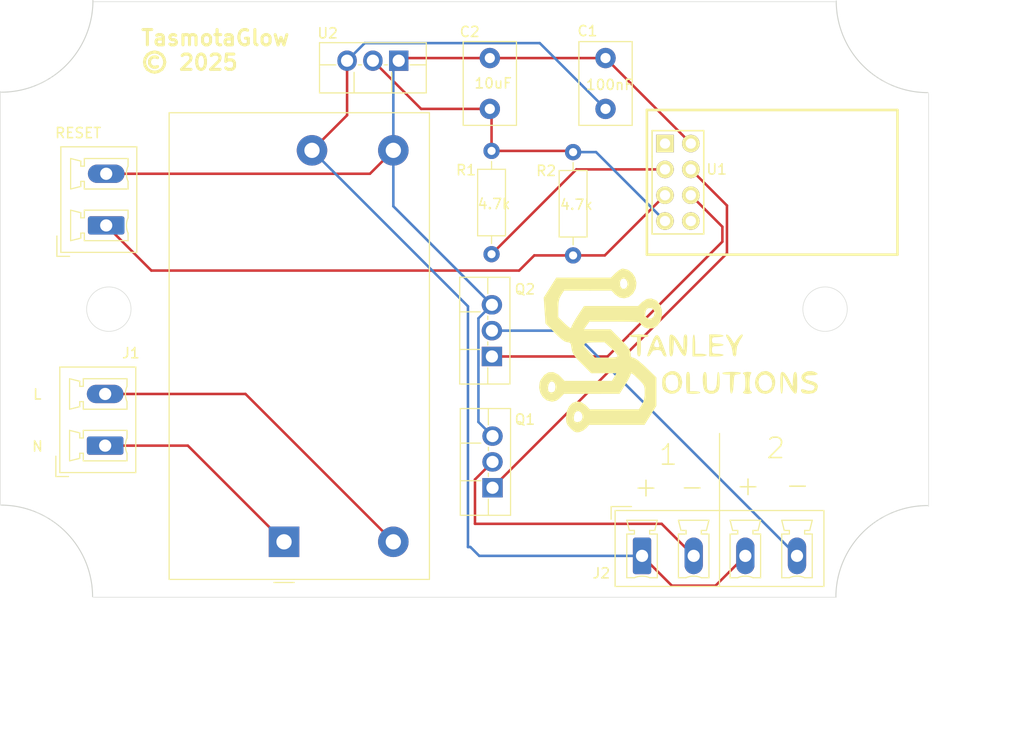
<source format=kicad_pcb>
(kicad_pcb (version 20241229) (generator "pcbnew") (generator_version "9.0")
  (layers (0 "F.Cu" signal) (2 "B.Cu" signal) (13 "F.Paste" user) (15 "B.Paste" user) (5 "F.SilkS" user "F.Silkscreen") (7 "B.SilkS" user "B.Silkscreen") (1 "F.Mask" user) (3 "B.Mask" user) (25 "Edge.Cuts" user))
  (net 0 "")
  (net 1 "/GND")
  (net 2 "/VCC")
  (net 3 "Net-(U1-VCC)")
  (net 4 "Net-(J1-Pin_2)")
  (net 5 "Net-(J1-Pin_1)")
  (net 6 "Net-(J2-Pin_4)")
  (net 7 "Net-(J2-Pin_2)")
  (net 8 "Net-(J3-Pin_1)")
  (net 9 "Net-(Q1-G)")
  (net 10 "Net-(Q2-G)")
  (net 11 "Net-(U1-CH_PD)")
  (footprint "Capacitors:C_Disc_D8.0mm_W5.0mm_P5.00mm" (layer "F.Cu") (at 157.31 68.02 90)
    (property "Reference" "C1" (at 7.66 -1.78 180) (layer "F.SilkS"))
    (property "Value" "100nF" (at 2.37 0.39 180) (layer "F.SilkS"))
    (fp_line (start 6.62 -2.62) (end 6.62 2.62) (stroke (width 0.12)) (layer "F.SilkS"))
    (fp_line (start -1.62 -2.62) (end 6.62 -2.62) (stroke (width 0.12)) (layer "F.SilkS"))
    (fp_line (start -1.62 -2.62) (end -1.62 2.62) (stroke (width 0.12)) (layer "F.SilkS"))
    (fp_line (start -1.62 2.62) (end 6.62 2.62) (stroke (width 0.12)) (layer "F.SilkS"))
    (pad "1" thru_hole circle (at 0 0 90) (size 2 2) (drill 1) (layers "*.Cu" "*.Mask") (net 2 "/VCC"))
    (pad "2" thru_hole circle (at 5 0 90) (size 2 2) (drill 1) (layers "*.Cu" "*.Mask") (net 1 "/GND"))
  )
  (footprint "Capacitors:C_Disc_D8.0mm_W5.0mm_P5.00mm" (layer "F.Cu") (at 145.93 68.02 90)
    (property "Reference" "C2" (at 7.58 -1.98 180) (layer "F.SilkS"))
    (property "Value" "10uF" (at 2.52 0.33 180) (layer "F.SilkS"))
    (fp_line (start 6.62 -2.62) (end 6.62 2.62) (stroke (width 0.12)) (layer "F.SilkS"))
    (fp_line (start -1.62 -2.62) (end 6.62 -2.62) (stroke (width 0.12)) (layer "F.SilkS"))
    (fp_line (start -1.62 -2.62) (end -1.62 2.62) (stroke (width 0.12)) (layer "F.SilkS"))
    (fp_line (start -1.62 2.62) (end 6.62 2.62) (stroke (width 0.12)) (layer "F.SilkS"))
    (pad "1" thru_hole circle (at 0 0 90) (size 2 2) (drill 1) (layers "*.Cu" "*.Mask") (net 3 "Net-(U1-VCC)"))
    (pad "2" thru_hole circle (at 5 0 90) (size 2 2) (drill 1) (layers "*.Cu" "*.Mask") (net 1 "/GND"))
  )
  (footprint "Connector_Phoenix_MC_HighVoltage:PhoenixContact_MCV_1,5_4-G-5.08_1x04_P5.08mm_Vertical" (layer "F.Cu") (at 160.9 111.98)
    (property "Reference" "J2" (at -4 1.71 0) (layer "F.SilkS"))
    (property "Value" "Conn_01x04" (hide yes))
    (fp_line (start -3.04 -4.85) (end -1.04 -4.85) (stroke (width 0.12)) (layer "F.SilkS"))
    (fp_line (start -3.04 -3.6) (end -3.04 -4.85) (stroke (width 0.12)) (layer "F.SilkS"))
    (fp_line (start -2.65 -4.46) (end -2.65 3.01) (stroke (width 0.12)) (layer "F.SilkS"))
    (fp_line (start -2.65 3.01) (end 17.89 3.01) (stroke (width 0.12)) (layer "F.SilkS"))
    (fp_line (start -1.5 -3.5) (end 1.5 -3.5) (stroke (width 0.12)) (layer "F.SilkS"))
    (fp_line (start -1.5 -2.15) (end -0.75 -2.15) (stroke (width 0.12)) (layer "F.SilkS"))
    (fp_line (start -1.5 2.15) (end -1.5 -2.15) (stroke (width 0.12)) (layer "F.SilkS"))
    (fp_line (start -1.25 -2.5) (end -1.5 -3.5) (stroke (width 0.12)) (layer "F.SilkS"))
    (fp_line (start -0.75 -2.5) (end -1.25 -2.5) (stroke (width 0.12)) (layer "F.SilkS"))
    (fp_line (start -0.75 -2.15) (end -0.75 -2.5) (stroke (width 0.12)) (layer "F.SilkS"))
    (fp_line (start -0.75 2.15) (end -1.5 2.15) (stroke (width 0.12)) (layer "F.SilkS"))
    (fp_line (start 0.75 -2.5) (end 0.75 -2.15) (stroke (width 0.12)) (layer "F.SilkS"))
    (fp_line (start 0.75 -2.15) (end 1.5 -2.15) (stroke (width 0.12)) (layer "F.SilkS"))
    (fp_line (start 1.25 -2.5) (end 0.75 -2.5) (stroke (width 0.12)) (layer "F.SilkS"))
    (fp_line (start 1.5 -3.5) (end 1.25 -2.5) (stroke (width 0.12)) (layer "F.SilkS"))
    (fp_line (start 1.5 -2.15) (end 1.5 2.15) (stroke (width 0.12)) (layer "F.SilkS"))
    (fp_line (start 1.5 2.15) (end 0.75 2.15) (stroke (width 0.12)) (layer "F.SilkS"))
    (fp_line (start 3.58 -3.5) (end 6.58 -3.5) (stroke (width 0.12)) (layer "F.SilkS"))
    (fp_line (start 3.58 -2.15) (end 4.33 -2.15) (stroke (width 0.12)) (layer "F.SilkS"))
    (fp_line (start 3.58 2.15) (end 3.58 -2.15) (stroke (width 0.12)) (layer "F.SilkS"))
    (fp_line (start 3.83 -2.5) (end 3.58 -3.5) (stroke (width 0.12)) (layer "F.SilkS"))
    (fp_line (start 4.33 -2.5) (end 3.83 -2.5) (stroke (width 0.12)) (layer "F.SilkS"))
    (fp_line (start 4.33 -2.15) (end 4.33 -2.5) (stroke (width 0.12)) (layer "F.SilkS"))
    (fp_line (start 4.33 2.15) (end 3.58 2.15) (stroke (width 0.12)) (layer "F.SilkS"))
    (fp_line (start 5.83 -2.5) (end 5.83 -2.15) (stroke (width 0.12)) (layer "F.SilkS"))
    (fp_line (start 5.83 -2.15) (end 6.58 -2.15) (stroke (width 0.12)) (layer "F.SilkS"))
    (fp_line (start 6.33 -2.5) (end 5.83 -2.5) (stroke (width 0.12)) (layer "F.SilkS"))
    (fp_line (start 6.58 -3.5) (end 6.33 -2.5) (stroke (width 0.12)) (layer "F.SilkS"))
    (fp_line (start 6.58 -2.15) (end 6.58 2.15) (stroke (width 0.12)) (layer "F.SilkS"))
    (fp_line (start 6.58 2.15) (end 5.83 2.15) (stroke (width 0.12)) (layer "F.SilkS"))
    (fp_line (start 8.66 -3.5) (end 11.66 -3.5) (stroke (width 0.12)) (layer "F.SilkS"))
    (fp_line (start 8.66 -2.15) (end 9.41 -2.15) (stroke (width 0.12)) (layer "F.SilkS"))
    (fp_line (start 8.66 2.15) (end 8.66 -2.15) (stroke (width 0.12)) (layer "F.SilkS"))
    (fp_line (start 8.91 -2.5) (end 8.66 -3.5) (stroke (width 0.12)) (layer "F.SilkS"))
    (fp_line (start 9.41 -2.5) (end 8.91 -2.5) (stroke (width 0.12)) (layer "F.SilkS"))
    (fp_line (start 9.41 -2.15) (end 9.41 -2.5) (stroke (width 0.12)) (layer "F.SilkS"))
    (fp_line (start 9.41 2.15) (end 8.66 2.15) (stroke (width 0.12)) (layer "F.SilkS"))
    (fp_line (start 10.91 -2.5) (end 10.91 -2.15) (stroke (width 0.12)) (layer "F.SilkS"))
    (fp_line (start 10.91 -2.15) (end 11.66 -2.15) (stroke (width 0.12)) (layer "F.SilkS"))
    (fp_line (start 11.41 -2.5) (end 10.91 -2.5) (stroke (width 0.12)) (layer "F.SilkS"))
    (fp_line (start 11.66 -3.5) (end 11.41 -2.5) (stroke (width 0.12)) (layer "F.SilkS"))
    (fp_line (start 11.66 -2.15) (end 11.66 2.15) (stroke (width 0.12)) (layer "F.SilkS"))
    (fp_line (start 11.66 2.15) (end 10.91 2.15) (stroke (width 0.12)) (layer "F.SilkS"))
    (fp_line (start 13.74 -3.5) (end 16.74 -3.5) (stroke (width 0.12)) (layer "F.SilkS"))
    (fp_line (start 13.74 -2.15) (end 14.49 -2.15) (stroke (width 0.12)) (layer "F.SilkS"))
    (fp_line (start 13.74 2.15) (end 13.74 -2.15) (stroke (width 0.12)) (layer "F.SilkS"))
    (fp_line (start 13.99 -2.5) (end 13.74 -3.5) (stroke (width 0.12)) (layer "F.SilkS"))
    (fp_line (start 14.49 -2.5) (end 13.99 -2.5) (stroke (width 0.12)) (layer "F.SilkS"))
    (fp_line (start 14.49 -2.15) (end 14.49 -2.5) (stroke (width 0.12)) (layer "F.SilkS"))
    (fp_line (start 14.49 2.15) (end 13.74 2.15) (stroke (width 0.12)) (layer "F.SilkS"))
    (fp_line (start 15.99 -2.5) (end 15.99 -2.15) (stroke (width 0.12)) (layer "F.SilkS"))
    (fp_line (start 15.99 -2.15) (end 16.74 -2.15) (stroke (width 0.12)) (layer "F.SilkS"))
    (fp_line (start 16.49 -2.5) (end 15.99 -2.5) (stroke (width 0.12)) (layer "F.SilkS"))
    (fp_line (start 16.74 -3.5) (end 16.49 -2.5) (stroke (width 0.12)) (layer "F.SilkS"))
    (fp_line (start 16.74 -2.15) (end 16.74 2.15) (stroke (width 0.12)) (layer "F.SilkS"))
    (fp_line (start 16.74 2.15) (end 15.99 2.15) (stroke (width 0.12)) (layer "F.SilkS"))
    (fp_line (start 17.89 -4.46) (end -2.65 -4.46) (stroke (width 0.12)) (layer "F.SilkS"))
    (fp_line (start 17.89 3.01) (end 17.89 -4.46) (stroke (width 0.12)) (layer "F.SilkS"))
    (fp_arc (start -0.75 2.15) (mid -0.000193 1.99191) (end 0.749647 2.149844) (stroke (width 0.12)) (layer "F.SilkS"))
    (fp_arc (start 4.33 2.15) (mid 5.079807 1.99191) (end 5.829647 2.149844) (stroke (width 0.12)) (layer "F.SilkS"))
    (fp_arc (start 9.41 2.15) (mid 10.159807 1.99191) (end 10.909647 2.149844) (stroke (width 0.12)) (layer "F.SilkS"))
    (fp_arc (start 14.49 2.15) (mid 15.239807 1.99191) (end 15.989647 2.149844) (stroke (width 0.12)) (layer "F.SilkS"))
    (pad "1" thru_hole roundrect (at 0 0) (size 1.8 3.6) (drill 1.2) (layers "*.Cu" "*.Mask") (roundrect_rratio 0.138889) (net 2 "/VCC"))
    (pad "2" thru_hole oval (at 5.08 0) (size 1.8 3.6) (drill 1.2) (layers "*.Cu" "*.Mask") (net 7 "Net-(J2-Pin_2)"))
    (pad "3" thru_hole oval (at 10.16 0) (size 1.8 3.6) (drill 1.2) (layers "*.Cu" "*.Mask") (net 2 "/VCC"))
    (pad "4" thru_hole oval (at 15.24 0) (size 1.8 3.6) (drill 1.2) (layers "*.Cu" "*.Mask") (net 6 "Net-(J2-Pin_4)"))
  )
  (footprint "Transistor:TO-220F-3_Vertical" (layer "F.Cu") (at 146.195 105.28 90)
    (property "Reference" "Q1" (at 6.71 3.185 180) (layer "F.SilkS"))
    (property "Value" "BUZ11")
    (fp_line (start 7.79 -3.168) (end 7.79 1.773) (stroke (width 0.12)) (layer "F.SilkS"))
    (fp_line (start 4.391 -3.168) (end 4.391 -1.15) (stroke (width 0.12)) (layer "F.SilkS"))
    (fp_line (start 0.69 -3.168) (end 0.69 -1.15) (stroke (width 0.12)) (layer "F.SilkS"))
    (fp_line (start -2.71 -3.168) (end 7.79 -3.168) (stroke (width 0.12)) (layer "F.SilkS"))
    (fp_line (start -2.71 -3.168) (end -2.71 1.773) (stroke (width 0.12)) (layer "F.SilkS"))
    (fp_line (start 6.183 -0.408) (end 7.79 -0.408) (stroke (width 0.12)) (layer "F.SilkS"))
    (fp_line (start 3.643 -0.408) (end 3.978 -0.408) (stroke (width 0.12)) (layer "F.SilkS"))
    (fp_line (start 1.103 -0.408) (end 1.438 -0.408) (stroke (width 0.12)) (layer "F.SilkS"))
    (fp_line (start -2.71 -0.408) (end -1.103 -0.408) (stroke (width 0.12)) (layer "F.SilkS"))
    (fp_line (start -2.71 1.773) (end 7.79 1.773) (stroke (width 0.12)) (layer "F.SilkS"))
    (pad "1" thru_hole rect (at 0 0 90) (size 1.905 2) (drill 1.2) (layers "*.Cu" "*.Mask") (net 9 "Net-(Q1-G)"))
    (pad "2" thru_hole oval (at 2.54 0 90) (size 1.905 2) (drill 1.2) (layers "*.Cu" "*.Mask") (net 7 "Net-(J2-Pin_2)"))
    (pad "3" thru_hole oval (at 5.08 0 90) (size 1.905 2) (drill 1.2) (layers "*.Cu" "*.Mask") (net 1 "/GND"))
  )
  (footprint "Transistor:TO-220F-3_Vertical" (layer "F.Cu") (at 146.135 92.37 90)
    (property "Reference" "Q2" (at 6.61 3.245 180) (layer "F.SilkS"))
    (property "Value" "BUZ11")
    (fp_line (start 7.79 -3.168) (end 7.79 1.773) (stroke (width 0.12)) (layer "F.SilkS"))
    (fp_line (start 4.391 -3.168) (end 4.391 -1.15) (stroke (width 0.12)) (layer "F.SilkS"))
    (fp_line (start 0.69 -3.168) (end 0.69 -1.15) (stroke (width 0.12)) (layer "F.SilkS"))
    (fp_line (start -2.71 -3.168) (end 7.79 -3.168) (stroke (width 0.12)) (layer "F.SilkS"))
    (fp_line (start -2.71 -3.168) (end -2.71 1.773) (stroke (width 0.12)) (layer "F.SilkS"))
    (fp_line (start 6.183 -0.408) (end 7.79 -0.408) (stroke (width 0.12)) (layer "F.SilkS"))
    (fp_line (start 3.643 -0.408) (end 3.978 -0.408) (stroke (width 0.12)) (layer "F.SilkS"))
    (fp_line (start 1.103 -0.408) (end 1.438 -0.408) (stroke (width 0.12)) (layer "F.SilkS"))
    (fp_line (start -2.71 -0.408) (end -1.103 -0.408) (stroke (width 0.12)) (layer "F.SilkS"))
    (fp_line (start -2.71 1.773) (end 7.79 1.773) (stroke (width 0.12)) (layer "F.SilkS"))
    (pad "1" thru_hole rect (at 0 0 90) (size 1.905 2) (drill 1.2) (layers "*.Cu" "*.Mask") (net 10 "Net-(Q2-G)"))
    (pad "2" thru_hole oval (at 2.54 0 90) (size 1.905 2) (drill 1.2) (layers "*.Cu" "*.Mask") (net 6 "Net-(J2-Pin_4)"))
    (pad "3" thru_hole oval (at 5.08 0 90) (size 1.905 2) (drill 1.2) (layers "*.Cu" "*.Mask") (net 1 "/GND"))
  )
  (footprint "TasmotaGenericPCB:ESP-01" (layer "F.Cu") (at 163.159 71.43)
    (property "Reference" "U1" (at 5.08 2.54 180) (layer "F.SilkS"))
    (property "Value" "ESP-01v090")
    (fp_line (start -1.778 -3.302) (end 22.86 -3.302) (stroke (width 0.254)) (layer "F.SilkS"))
    (fp_line (start -1.778 10.922) (end -1.778 -3.302) (stroke (width 0.254)) (layer "F.SilkS"))
    (fp_line (start -1.27 -1.27) (end -1.27 1.27) (stroke (width 0.1524)) (layer "F.SilkS"))
    (fp_line (start -1.27 1.27) (end -1.27 8.89) (stroke (width 0.1524)) (layer "F.SilkS"))
    (fp_line (start -1.27 8.89) (end 3.81 8.89) (stroke (width 0.1524)) (layer "F.SilkS"))
    (fp_line (start 1.27 -1.27) (end -1.27 -1.27) (stroke (width 0.1524)) (layer "F.SilkS"))
    (fp_line (start 3.81 -1.27) (end 1.27 -1.27) (stroke (width 0.1524)) (layer "F.SilkS"))
    (fp_line (start 3.81 8.89) (end 3.81 -1.27) (stroke (width 0.1524)) (layer "F.SilkS"))
    (fp_line (start 22.86 -3.302) (end 22.86 10.922) (stroke (width 0.254)) (layer "F.SilkS"))
    (fp_line (start 22.86 10.922) (end -1.778 10.922) (stroke (width 0.254)) (layer "F.SilkS"))
    (pad "1" thru_hole rect (at 0 0) (size 1.7272 1.7272) (drill 1.016) (layers "*.Cu" "*.Mask" "F.SilkS"))
    (pad "2" thru_hole oval (at 2.54 0) (size 1.7272 1.7272) (drill 1.016) (layers "*.Cu" "*.Mask" "F.SilkS") (net 1 "/GND"))
    (pad "3" thru_hole oval (at 0 2.54) (size 1.7272 1.7272) (drill 1.016) (layers "*.Cu" "*.Mask" "F.SilkS") (net 11 "Net-(U1-CH_PD)"))
    (pad "4" thru_hole oval (at 2.54 2.54) (size 1.7272 1.7272) (drill 1.016) (layers "*.Cu" "*.Mask" "F.SilkS") (net 9 "Net-(Q1-G)"))
    (pad "5" thru_hole oval (at 0 5.08) (size 1.7272 1.7272) (drill 1.016) (layers "*.Cu" "*.Mask" "F.SilkS") (net 8 "Net-(J3-Pin_1)"))
    (pad "6" thru_hole oval (at 2.54 5.08) (size 1.7272 1.7272) (drill 1.016) (layers "*.Cu" "*.Mask" "F.SilkS") (net 10 "Net-(Q2-G)"))
    (pad "7" thru_hole oval (at 0 7.62) (size 1.7272 1.7272) (drill 1.016) (layers "*.Cu" "*.Mask" "F.SilkS") (net 3 "Net-(U1-VCC)"))
    (pad "8" thru_hole oval (at 2.54 7.62) (size 1.7272 1.7272) (drill 1.016) (layers "*.Cu" "*.Mask" "F.SilkS"))
  )
  (footprint "Transistor:TO-220F-3_Vertical" (layer "F.Cu") (at 136.97 63.28 180)
    (property "Reference" "U2" (at 6.99 2.7 0) (layer "F.SilkS"))
    (property "Value" "LD1117S33TR_SOT223" (hide yes))
    (fp_line (start 7.79 -3.168) (end 7.79 1.773) (stroke (width 0.12)) (layer "F.SilkS"))
    (fp_line (start 6.183 -0.408) (end 7.79 -0.408) (stroke (width 0.12)) (layer "F.SilkS"))
    (fp_line (start 4.391 -3.168) (end 4.391 -1.15) (stroke (width 0.12)) (layer "F.SilkS"))
    (fp_line (start 3.643 -0.408) (end 3.978 -0.408) (stroke (width 0.12)) (layer "F.SilkS"))
    (fp_line (start 1.103 -0.408) (end 1.438 -0.408) (stroke (width 0.12)) (layer "F.SilkS"))
    (fp_line (start 0.69 -3.168) (end 0.69 -1.15) (stroke (width 0.12)) (layer "F.SilkS"))
    (fp_line (start -2.71 1.773) (end 7.79 1.773) (stroke (width 0.12)) (layer "F.SilkS"))
    (fp_line (start -2.71 -0.408) (end -1.103 -0.408) (stroke (width 0.12)) (layer "F.SilkS"))
    (fp_line (start -2.71 -3.168) (end 7.79 -3.168) (stroke (width 0.12)) (layer "F.SilkS"))
    (fp_line (start -2.71 -3.168) (end -2.71 1.773) (stroke (width 0.12)) (layer "F.SilkS"))
    (pad "1" thru_hole rect (at 0 0 180) (size 1.905 2) (drill 1.2) (layers "*.Cu" "*.Mask") (net 1 "/GND"))
    (pad "2" thru_hole oval (at 2.54 0 180) (size 1.905 2) (drill 1.2) (layers "*.Cu" "*.Mask") (net 3 "Net-(U1-VCC)"))
    (pad "3" thru_hole oval (at 5.08 0 180) (size 1.905 2) (drill 1.2) (layers "*.Cu" "*.Mask") (net 2 "/VCC"))
  )
  (footprint "Resistors:R_Axial_DIN0207_L6.3mm_D2.5mm_P10.16mm_Horizontal" (layer "F.Cu") (at 146.1 82.31 90)
    (property "Reference" "R1" (at 8.27 -2.51 180) (layer "F.SilkS"))
    (property "Value" "4.7k" (at 4.94 0.24 180) (layer "F.SilkS"))
    (fp_line (start 8.35 -1.37) (end 1.81 -1.37) (stroke (width 0.12)) (layer "F.SilkS"))
    (fp_line (start 1.81 -1.37) (end 1.81 1.37) (stroke (width 0.12)) (layer "F.SilkS"))
    (fp_line (start 9.12 0) (end 8.35 0) (stroke (width 0.12)) (layer "F.SilkS"))
    (fp_line (start 1.04 0) (end 1.81 0) (stroke (width 0.12)) (layer "F.SilkS"))
    (fp_line (start 8.35 1.37) (end 8.35 -1.37) (stroke (width 0.12)) (layer "F.SilkS"))
    (fp_line (start 1.81 1.37) (end 8.35 1.37) (stroke (width 0.12)) (layer "F.SilkS"))
    (pad "1" thru_hole circle (at 0 0 90) (size 1.6 1.6) (drill 0.8) (layers "*.Cu" "*.Mask") (net 11 "Net-(U1-CH_PD)"))
    (pad "2" thru_hole oval (at 10.16 0 90) (size 1.6 1.6) (drill 0.8) (layers "*.Cu" "*.Mask") (net 3 "Net-(U1-VCC)"))
  )
  (footprint "Resistors:R_Axial_DIN0207_L6.3mm_D2.5mm_P10.16mm_Horizontal" (layer "F.Cu") (at 154.12 82.43 90)
    (property "Reference" "R2" (at 8.32 -2.65 180) (layer "F.SilkS"))
    (property "Value" "4.7k" (at 4.99 0.32 180) (layer "F.SilkS"))
    (fp_line (start 8.35 -1.37) (end 1.81 -1.37) (stroke (width 0.12)) (layer "F.SilkS"))
    (fp_line (start 1.81 -1.37) (end 1.81 1.37) (stroke (width 0.12)) (layer "F.SilkS"))
    (fp_line (start 9.12 0) (end 8.35 0) (stroke (width 0.12)) (layer "F.SilkS"))
    (fp_line (start 1.04 0) (end 1.81 0) (stroke (width 0.12)) (layer "F.SilkS"))
    (fp_line (start 8.35 1.37) (end 8.35 -1.37) (stroke (width 0.12)) (layer "F.SilkS"))
    (fp_line (start 1.81 1.37) (end 8.35 1.37) (stroke (width 0.12)) (layer "F.SilkS"))
    (pad "1" thru_hole circle (at 0 0 90) (size 1.6 1.6) (drill 0.8) (layers "*.Cu" "*.Mask") (net 8 "Net-(J3-Pin_1)"))
    (pad "2" thru_hole oval (at 10.16 0 90) (size 1.6 1.6) (drill 0.8) (layers "*.Cu" "*.Mask") (net 3 "Net-(U1-VCC)"))
  )
  (footprint "Connector_Phoenix_MC_HighVoltage:PhoenixContact_MCV_1,5_2-G-5.08_1x02_P5.08mm_Vertical" (layer "F.Cu") (at 108.2 79.48 90)
    (property "Reference" "J3" (hide yes))
    (property "Value" "ResetPinout")
    (fp_line (start -3.04 -4.85) (end -1.04 -4.85) (stroke (width 0.12)) (layer "F.SilkS"))
    (fp_line (start 7.73 -4.46) (end -2.65 -4.46) (stroke (width 0.12)) (layer "F.SilkS"))
    (fp_line (start -2.65 -4.46) (end -2.65 3.01) (stroke (width 0.12)) (layer "F.SilkS"))
    (fp_line (start -3.04 -3.6) (end -3.04 -4.85) (stroke (width 0.12)) (layer "F.SilkS"))
    (fp_line (start 6.58 -3.5) (end 6.33 -2.5) (stroke (width 0.12)) (layer "F.SilkS"))
    (fp_line (start 3.58 -3.5) (end 6.58 -3.5) (stroke (width 0.12)) (layer "F.SilkS"))
    (fp_line (start 1.5 -3.5) (end 1.25 -2.5) (stroke (width 0.12)) (layer "F.SilkS"))
    (fp_line (start -1.5 -3.5) (end 1.5 -3.5) (stroke (width 0.12)) (layer "F.SilkS"))
    (fp_line (start 6.33 -2.5) (end 5.83 -2.5) (stroke (width 0.12)) (layer "F.SilkS"))
    (fp_line (start 5.83 -2.5) (end 5.83 -2.15) (stroke (width 0.12)) (layer "F.SilkS"))
    (fp_line (start 4.33 -2.5) (end 3.83 -2.5) (stroke (width 0.12)) (layer "F.SilkS"))
    (fp_line (start 3.83 -2.5) (end 3.58 -3.5) (stroke (width 0.12)) (layer "F.SilkS"))
    (fp_line (start 1.25 -2.5) (end 0.75 -2.5) (stroke (width 0.12)) (layer "F.SilkS"))
    (fp_line (start 0.75 -2.5) (end 0.75 -2.15) (stroke (width 0.12)) (layer "F.SilkS"))
    (fp_line (start -0.75 -2.5) (end -1.25 -2.5) (stroke (width 0.12)) (layer "F.SilkS"))
    (fp_line (start -1.25 -2.5) (end -1.5 -3.5) (stroke (width 0.12)) (layer "F.SilkS"))
    (fp_line (start 6.58 -2.15) (end 6.58 2.15) (stroke (width 0.12)) (layer "F.SilkS"))
    (fp_line (start 5.83 -2.15) (end 6.58 -2.15) (stroke (width 0.12)) (layer "F.SilkS"))
    (fp_line (start 4.33 -2.15) (end 4.33 -2.5) (stroke (width 0.12)) (layer "F.SilkS"))
    (fp_line (start 3.58 -2.15) (end 4.33 -2.15) (stroke (width 0.12)) (layer "F.SilkS"))
    (fp_line (start 1.5 -2.15) (end 1.5 2.15) (stroke (width 0.12)) (layer "F.SilkS"))
    (fp_line (start 0.75 -2.15) (end 1.5 -2.15) (stroke (width 0.12)) (layer "F.SilkS"))
    (fp_line (start -0.75 -2.15) (end -0.75 -2.5) (stroke (width 0.12)) (layer "F.SilkS"))
    (fp_line (start -1.5 -2.15) (end -0.75 -2.15) (stroke (width 0.12)) (layer "F.SilkS"))
    (fp_line (start 6.58 2.15) (end 5.83 2.15) (stroke (width 0.12)) (layer "F.SilkS"))
    (fp_line (start 4.33 2.15) (end 3.58 2.15) (stroke (width 0.12)) (layer "F.SilkS"))
    (fp_line (start 3.58 2.15) (end 3.58 -2.15) (stroke (width 0.12)) (layer "F.SilkS"))
    (fp_line (start 1.5 2.15) (end 0.75 2.15) (stroke (width 0.12)) (layer "F.SilkS"))
    (fp_line (start -0.75 2.15) (end -1.5 2.15) (stroke (width 0.12)) (layer "F.SilkS"))
    (fp_line (start -1.5 2.15) (end -1.5 -2.15) (stroke (width 0.12)) (layer "F.SilkS"))
    (fp_line (start 7.73 3.01) (end 7.73 -4.46) (stroke (width 0.12)) (layer "F.SilkS"))
    (fp_line (start -2.65 3.01) (end 7.73 3.01) (stroke (width 0.12)) (layer "F.SilkS"))
    (fp_arc (start 4.33 2.15) (mid 5.079807 1.99191) (end 5.829647 2.149844) (stroke (width 0.12)) (layer "F.SilkS"))
    (fp_arc (start -0.75 2.15) (mid -0.000193 1.99191) (end 0.749647 2.149844) (stroke (width 0.12)) (layer "F.SilkS"))
    (pad "1" thru_hole roundrect (at 0 0 90) (size 1.8 3.6) (drill 1.2) (layers "*.Cu" "*.Mask") (roundrect_rratio 0.138889) (net 8 "Net-(J3-Pin_1)"))
    (pad "2" thru_hole oval (at 5.08 0 90) (size 1.8 3.6) (drill 1.2) (layers "*.Cu" "*.Mask") (net 1 "/GND"))
  )
  (footprint "TasmoTree:StanleySolutionsPCB_m" (layer "F.Cu") (at 163.2 92.49)
    (property "Reference" "G***" (hide yes))
    (property "Value" "LOGO" (hide yes))
    (fp_poly (pts (xy 2.857992 -2.167812) (xy 2.902594 -1.847884) (xy 2.920881 -1.378168) (xy 2.921 -1.3335) (xy 2.921 -0.381) (xy 3.4925 -0.381) (xy 3.833329 -0.355776) (xy 4.037776 -0.291955) (xy 4.064 -0.254) (xy 3.949172 -0.184451) (xy 3.652963 -0.138321) (xy 3.3655 -0.127) (xy 2.667 -0.127) (xy 2.667 -1.2065) (xy 2.681045 -1.732213) (xy 2.719676 -2.104499) (xy 2.777631 -2.278652) (xy 2.794 -2.286) (xy 2.857992 -2.167812)) (stroke (width 0.01)) (fill yes) (layer "F.SilkS"))
    (fp_poly (pts (xy 2.322983 1.446895) (xy 2.381966 1.627203) (xy 2.408635 1.983857) (xy 2.413 2.3495) (xy 2.413 3.302) (xy 2.921 3.302) (xy 3.23911 3.330167) (xy 3.416046 3.400531) (xy 3.429 3.429) (xy 3.317522 3.497013) (xy 3.043287 3.540191) (xy 2.696589 3.555621) (xy 2.36772 3.540391) (xy 2.146977 3.491586) (xy 2.116666 3.471333) (xy 2.076633 3.312292) (xy 2.046815 2.967115) (xy 2.032529 2.50362) (xy 2.032 2.391833) (xy 2.041287 1.87677) (xy 2.074942 1.569842) (xy 2.141656 1.425666) (xy 2.2225 1.397) (xy 2.322983 1.446895)) (stroke (width 0.01)) (fill yes) (layer "F.SilkS"))
    (fp_poly (pts (xy -2.12356 -2.270242) (xy -1.789039 -2.227585) (xy -1.651892 -2.164956) (xy -1.651 -2.159) (xy -1.761359 -2.06983) (xy -2.02726 -2.03201) (xy -2.032 -2.032) (xy -2.413 -2.032) (xy -2.413 -1.0795) (xy -2.42298 -0.577083) (xy -2.459041 -0.282168) (xy -2.530372 -0.148824) (xy -2.6035 -0.127) (xy -2.703984 -0.176896) (xy -2.762967 -0.357204) (xy -2.789636 -0.713858) (xy -2.794 -1.0795) (xy -2.794 -2.032) (xy -3.175 -2.032) (xy -3.442513 -2.068787) (xy -3.555971 -2.15742) (xy -3.556 -2.159) (xy -3.437812 -2.222993) (xy -3.117884 -2.267595) (xy -2.648168 -2.285882) (xy -2.6035 -2.286) (xy -2.12356 -2.270242)) (stroke (width 0.01)) (fill yes) (layer "F.SilkS"))
    (fp_poly (pts (xy 7.061033 1.412309) (xy 7.361194 1.456288) (xy 7.4295 1.524) (xy 7.254111 1.622974) (xy 7.046568 1.651) (xy 6.88816 1.667005) (xy 6.793625 1.75136) (xy 6.742506 1.958576) (xy 6.714344 2.34316) (xy 6.704813 2.561591) (xy 6.660091 3.109268) (xy 6.581887 3.436595) (xy 6.50875 3.524674) (xy 6.423244 3.481331) (xy 6.372689 3.260641) (xy 6.351508 2.83061) (xy 6.35 2.614083) (xy 6.35 1.651) (xy 5.969 1.651) (xy 5.701487 1.614213) (xy 5.588029 1.52558) (xy 5.588 1.524) (xy 5.706267 1.46014) (xy 6.026754 1.415586) (xy 6.497989 1.397146) (xy 6.547995 1.397) (xy 7.061033 1.412309)) (stroke (width 0.01)) (fill yes) (layer "F.SilkS"))
    (fp_poly (pts (xy 7.599854 -2.25544) (xy 7.583975 -2.134249) (xy 7.435734 -1.878161) (xy 7.3025 -1.678282) (xy 7.032702 -1.084562) (xy 6.985 -0.669019) (xy 6.957349 -0.303118) (xy 6.864328 -0.143217) (xy 6.7945 -0.127) (xy 6.656135 -0.219479) (xy 6.604976 -0.518281) (xy 6.604 -0.589204) (xy 6.508487 -1.07876) (xy 6.241584 -1.6401) (xy 6.224173 -1.668704) (xy 6.015291 -2.04268) (xy 5.961063 -2.240677) (xy 6.023315 -2.286) (xy 6.196779 -2.186265) (xy 6.41329 -1.936961) (xy 6.481608 -1.834044) (xy 6.760932 -1.382088) (xy 7.068044 -1.834044) (xy 7.282961 -2.111978) (xy 7.456615 -2.271272) (xy 7.497578 -2.286) (xy 7.599854 -2.25544)) (stroke (width 0.01)) (fill yes) (layer "F.SilkS"))
    (fp_poly (pts (xy 8.383473 1.414224) (xy 8.4589 1.476839) (xy 8.4074 1.549399) (xy 8.329914 1.73825) (xy 8.27958 2.071718) (xy 8.257521 2.472238) (xy 8.264862 2.862244) (xy 8.302726 3.16417) (xy 8.372238 3.300451) (xy 8.382 3.302) (xy 8.505309 3.398643) (xy 8.509 3.429) (xy 8.397356 3.512943) (xy 8.122834 3.554903) (xy 8.0645 3.556) (xy 7.770698 3.524101) (xy 7.623839 3.445667) (xy 7.62 3.429) (xy 7.716643 3.30569) (xy 7.747 3.302) (xy 7.813365 3.185363) (xy 7.858802 2.87639) (xy 7.874 2.4765) (xy 7.856055 2.045126) (xy 7.808521 1.749785) (xy 7.747 1.651) (xy 7.62369 1.554356) (xy 7.62 1.524) (xy 7.732079 1.441908) (xy 8.009545 1.398871) (xy 8.0899 1.397) (xy 8.383473 1.414224)) (stroke (width 0.01)) (fill yes) (layer "F.SilkS"))
    (fp_poly (pts (xy 5.272518 1.51422) (xy 5.317664 1.827321) (xy 5.334 2.266316) (xy 5.317438 2.777721) (xy 5.25837 3.102144) (xy 5.142721 3.305004) (xy 5.101749 3.345816) (xy 4.746854 3.527665) (xy 4.343106 3.540969) (xy 3.993045 3.39178) (xy 3.880701 3.273741) (xy 3.765972 2.997817) (xy 3.696499 2.610376) (xy 3.67256 2.183998) (xy 3.694433 1.791267) (xy 3.762397 1.504763) (xy 3.8735 1.397) (xy 3.977123 1.44938) (xy 4.036368 1.637684) (xy 4.061279 2.008656) (xy 4.064 2.28358) (xy 4.069477 2.749474) (xy 4.100032 3.022396) (xy 4.176846 3.163345) (xy 4.3211 3.23332) (xy 4.40126 3.254807) (xy 4.722689 3.252659) (xy 4.937293 3.047886) (xy 5.053096 2.627246) (xy 5.08 2.134726) (xy 5.099844 1.738819) (xy 5.151371 1.471459) (xy 5.207 1.397) (xy 5.272518 1.51422)) (stroke (width 0.01)) (fill yes) (layer "F.SilkS"))
    (fp_poly (pts (xy 10.02768 1.332331) (xy 10.427884 1.525849) (xy 10.681857 1.85852) (xy 10.794743 2.271524) (xy 10.771684 2.706043) (xy 10.617822 3.103255) (xy 10.338298 3.404341) (xy 9.938256 3.550483) (xy 9.833282 3.556) (xy 9.416261 3.475668) (xy 9.15693 3.31493) (xy 8.889379 2.906767) (xy 8.80811 2.455788) (xy 8.817595 2.404423) (xy 9.138223 2.404423) (xy 9.229099 2.819634) (xy 9.341701 3.019741) (xy 9.611474 3.261671) (xy 9.940268 3.268373) (xy 10.158026 3.176056) (xy 10.417706 2.915983) (xy 10.50833 2.560802) (xy 10.448459 2.185497) (xy 10.256653 1.865048) (xy 9.95147 1.674438) (xy 9.78054 1.651) (xy 9.434477 1.756061) (xy 9.213527 2.028551) (xy 9.138223 2.404423) (xy 8.817595 2.404423) (xy 8.889263 2.016317) (xy 9.108979 1.642683) (xy 9.443396 1.389212) (xy 9.868656 1.310229) (xy 10.02768 1.332331)) (stroke (width 0.01)) (fill yes) (layer "F.SilkS"))
    (fp_poly (pts (xy 1.267092 1.510967) (xy 1.533963 1.867597) (xy 1.649623 2.366866) (xy 1.651 2.432842) (xy 1.549865 2.931) (xy 1.282852 3.300757) (xy 0.904543 3.513315) (xy 0.469522 3.539877) (xy 0.032371 3.351644) (xy -0.017681 3.31322) (xy -0.216366 3.08925) (xy -0.303677 2.782548) (xy -0.3175 2.476724) (xy -0.311821 2.396649) (xy 0 2.396649) (xy 0.083733 2.870186) (xy 0.310753 3.172961) (xy 0.64479 3.277575) (xy 1.024349 3.170531) (xy 1.194874 2.998892) (xy 1.264524 2.682024) (xy 1.27 2.497431) (xy 1.216818 2.024963) (xy 1.041141 1.75445) (xy 0.718771 1.653637) (xy 0.635 1.651) (xy 0.262773 1.732395) (xy 0.057209 1.990496) (xy 0 2.396649) (xy -0.311821 2.396649) (xy -0.288485 2.067637) (xy -0.170107 1.79315) (xy 0.05247 1.564772) (xy 0.47702 1.332769) (xy 0.898336 1.323762) (xy 1.267092 1.510967)) (stroke (width 0.01)) (fill yes) (layer "F.SilkS"))
    (fp_poly (pts (xy 2.070284 -2.246997) (xy 2.1245 -2.098783) (xy 2.143384 -1.794553) (xy 2.134038 -1.287499) (xy 2.132386 -1.239655) (xy 2.089969 -0.628548) (xy 2.008772 -0.266858) (xy 1.87996 -0.151773) (xy 1.694695 -0.280482) (xy 1.444141 -0.650172) (xy 1.27 -0.965233) (xy 0.8255 -1.806456) (xy 0.787947 -0.966728) (xy 0.75152 -0.488691) (xy 0.688475 -0.223108) (xy 0.587945 -0.128922) (xy 0.565697 -0.127) (xy 0.473099 -0.177399) (xy 0.41629 -0.357054) (xy 0.388024 -0.708659) (xy 0.381 -1.215333) (xy 0.384555 -1.74032) (xy 0.403575 -2.059274) (xy 0.450595 -2.220146) (xy 0.538147 -2.270887) (xy 0.654861 -2.263083) (xy 0.904338 -2.10946) (xy 1.203518 -1.713021) (xy 1.351846 -1.4605) (xy 1.774971 -0.6985) (xy 1.776485 -1.49225) (xy 1.790381 -1.942558) (xy 1.838062 -2.189082) (xy 1.931773 -2.281122) (xy 1.973636 -2.286) (xy 2.070284 -2.246997)) (stroke (width 0.01)) (fill yes) (layer "F.SilkS"))
    (fp_poly (pts (xy 12.862208 1.447838) (xy 12.918885 1.628711) (xy 12.947062 1.982153) (xy 12.954 2.485812) (xy 12.948241 3.015288) (xy 12.924762 3.336714) (xy 12.874258 3.495899) (xy 12.787422 3.538655) (xy 12.741171 3.533562) (xy 12.583285 3.408468) (xy 12.355898 3.113725) (xy 12.102371 2.707229) (xy 12.044641 2.6035) (xy 11.560938 1.7145) (xy 11.558969 2.63525) (xy 11.541727 3.102097) (xy 11.497329 3.427134) (xy 11.433428 3.555708) (xy 11.43 3.556) (xy 11.368151 3.436612) (xy 11.324353 3.108253) (xy 11.303864 2.61563) (xy 11.303 2.4765) (xy 11.308804 1.948449) (xy 11.333053 1.625618) (xy 11.386002 1.459358) (xy 11.477905 1.401021) (xy 11.530543 1.397) (xy 11.738539 1.518719) (xy 11.996076 1.876497) (xy 12.133793 2.12725) (xy 12.5095 2.8575) (xy 12.547587 2.12725) (xy 12.59057 1.682443) (xy 12.66835 1.45234) (xy 12.769837 1.397) (xy 12.862208 1.447838)) (stroke (width 0.01)) (fill yes) (layer "F.SilkS"))
    (fp_poly (pts (xy 5.399022 -2.265123) (xy 5.652734 -2.211267) (xy 5.715 -2.159) (xy 5.601488 -2.083261) (xy 5.314293 -2.037828) (xy 5.1435 -2.032) (xy 4.790839 -2.018841) (xy 4.623752 -1.954156) (xy 4.574182 -1.800137) (xy 4.572 -1.7145) (xy 4.595687 -1.518578) (xy 4.71212 -1.425752) (xy 4.989354 -1.398213) (xy 5.1435 -1.397) (xy 5.484329 -1.371776) (xy 5.688776 -1.307955) (xy 5.715 -1.27) (xy 5.601488 -1.194261) (xy 5.314293 -1.148828) (xy 5.1435 -1.143) (xy 4.792075 -1.131956) (xy 4.625629 -1.068186) (xy 4.57523 -0.905737) (xy 4.572 -0.762) (xy 4.588566 -0.527718) (xy 4.684221 -0.416754) (xy 4.927895 -0.383154) (xy 5.1435 -0.381) (xy 5.484329 -0.355776) (xy 5.688776 -0.291955) (xy 5.715 -0.254) (xy 5.600172 -0.184451) (xy 5.303963 -0.138321) (xy 5.0165 -0.127) (xy 4.318 -0.127) (xy 4.318 -2.286) (xy 5.0165 -2.286) (xy 5.399022 -2.265123)) (stroke (width 0.01)) (fill yes) (layer "F.SilkS"))
    (fp_poly (pts (xy 14.646437 1.388611) (xy 14.923445 1.529374) (xy 14.955551 1.638764) (xy 14.751001 1.706195) (xy 14.386403 1.72248) (xy 13.999834 1.739004) (xy 13.803602 1.815088) (xy 13.742965 1.932212) (xy 13.799283 2.120707) (xy 14.056811 2.226751) (xy 14.562268 2.364041) (xy 14.855 2.525502) (xy 14.976264 2.738615) (xy 14.986 2.845705) (xy 14.879991 3.232146) (xy 14.578432 3.472106) (xy 14.119678 3.545973) (xy 13.766046 3.522708) (xy 13.51372 3.478897) (xy 13.49375 3.47189) (xy 13.350844 3.304744) (xy 13.335 3.214329) (xy 13.403281 3.084059) (xy 13.55725 3.115873) (xy 14.038247 3.257299) (xy 14.414386 3.240209) (xy 14.591407 3.127877) (xy 14.69343 2.893685) (xy 14.555297 2.718769) (xy 14.172378 2.59736) (xy 14.164346 2.595842) (xy 13.798707 2.469348) (xy 13.517371 2.276963) (xy 13.513651 2.272907) (xy 13.370096 1.978787) (xy 13.433205 1.700507) (xy 13.656469 1.474375) (xy 13.99338 1.336699) (xy 14.397427 1.323784) (xy 14.646437 1.388611)) (stroke (width 0.01)) (fill yes) (layer "F.SilkS"))
    (fp_poly (pts (xy -0.615519 -2.054664) (xy -0.404094 -1.6349) (xy -0.24083 -1.213588) (xy -0.052946 -0.698854) (xy 0.058879 -0.378234) (xy 0.102659 -0.206162) (xy 0.086407 -0.137069) (xy 0.018138 -0.12539) (xy -0.049733 -0.127) (xy -0.209562 -0.235276) (xy -0.306152 -0.4445) (xy -0.407908 -0.664715) (xy -0.618938 -0.751661) (xy -0.831063 -0.762) (xy -1.161413 -0.722166) (xy -1.340234 -0.567206) (xy -1.397 -0.4445) (xy -1.527561 -0.22648) (xy -1.675021 -0.11933) (xy -1.769389 -0.163996) (xy -1.776931 -0.22225) (xy -1.735022 -0.378682) (xy -1.624762 -0.708776) (xy -1.46773 -1.148648) (xy -1.423055 -1.27) (xy -1.420803 -1.275474) (xy -1.119856 -1.275474) (xy -1.079364 -1.078858) (xy -0.845515 -1.016034) (xy -0.837388 -1.016) (xy -0.642802 -1.034002) (xy -0.588266 -1.135559) (xy -0.647399 -1.392001) (xy -0.670373 -1.467594) (xy -0.765877 -1.755001) (xy -0.836061 -1.824663) (xy -0.929087 -1.701972) (xy -0.971485 -1.626344) (xy -1.119856 -1.275474) (xy -1.420803 -1.275474) (xy -1.190978 -1.834011) (xy -0.991002 -2.153363) (xy -0.805168 -2.2272) (xy -0.615519 -2.054664)) (stroke (width 0.01)) (fill yes) (layer "F.SilkS"))
    (fp_poly (pts (xy -3.688409 -8.648195) (xy -3.270445 -8.340266) (xy -2.97899 -7.893946) (xy -2.849532 -7.363966) (xy -2.91756 -6.805059) (xy -2.921003 -6.794493) (xy -3.189858 -6.299332) (xy -3.579721 -5.977701) (xy -4.0367 -5.844758) (xy -4.506899 -5.915659) (xy -4.936425 -6.205563) (xy -4.953001 -6.223) (xy -5.308908 -6.604) (xy -9.9695 -6.600856) (xy -10.25525 -6.15971) (xy -10.425061 -5.829972) (xy -10.513304 -5.449056) (xy -10.540792 -4.921914) (xy -10.541 -4.854757) (xy -10.541 -3.990952) (xy -9.906 -3.3655) (xy -9.558138 -3.047659) (xy -9.341282 -2.905099) (xy -9.271 -2.94123) (xy -9.204663 -3.132278) (xy -9.02721 -3.473109) (xy -8.770982 -3.903897) (xy -8.638565 -4.111206) (xy -8.468222 -4.372146) (xy -1.996192 -4.372146) (xy -1.949489 -4.071307) (xy -1.903632 -3.998851) (xy -1.628225 -3.826896) (xy -1.334141 -3.86945) (xy -1.140433 -4.068798) (xy -1.057048 -4.416216) (xy -1.153372 -4.71001) (xy -1.382964 -4.885366) (xy -1.699383 -4.877469) (xy -1.715597 -4.871506) (xy -1.909309 -4.680267) (xy -1.996192 -4.372146) (xy -8.468222 -4.372146) (xy -8.006129 -5.08) (xy -2.686539 -5.08) (xy -2.305539 -5.461) (xy -1.856691 -5.769091) (xy -1.38809 -5.82814) (xy -0.920525 -5.636435) (xy -0.845689 -5.581191) (xy -0.51546 -5.178657) (xy -0.350873 -4.669255) (xy -0.344578 -4.119786) (xy -0.489226 -3.597052) (xy -0.777467 -3.167854) (xy -1.138147 -2.923011) (xy -1.584015 -2.85133) (xy -2.023679 -2.961484) (xy -2.36015 -3.223535) (xy -2.422322 -3.319419) (xy -2.483325 -3.401283) (xy -2.589384 -3.461822) (xy -2.775337 -3.504217) (xy -3.07602 -3.53165) (xy -3.526272 -3.547303) (xy -4.160929 -3.554359) (xy -5.012321 -3.556) (xy -7.475705 -3.556) (xy -7.747001 -3.175) (xy -8.018296 -2.794) (xy -5.391542 -2.794) (xy -4.410271 -1.806941) (xy -3.961466 -1.343423) (xy -3.670363 -1.005776) (xy -3.505958 -0.749855) (xy -3.437242 -0.531517) (xy -3.429 -0.409941) (xy -3.396666 -0.120422) (xy -3.269053 -0.009981) (xy -3.160416 0) (xy -2.940991 0.091318) (xy -2.586644 0.348622) (xy -2.129928 0.746929) (xy -1.890416 0.974523) (xy -0.889 1.949047) (xy -0.889 4.72795) (xy -1.473646 5.665975) (xy -2.058291 6.604) (xy -7.505184 6.604) (xy -7.784842 6.921635) (xy -8.114233 7.175586) (xy -8.474605 7.317981) (xy -8.755038 7.339469) (xy -8.990602 7.248842) (xy -9.274986 7.005835) (xy -9.331855 6.949545) (xy -9.614141 6.628498) (xy -9.74534 6.333939) (xy -9.778922 5.941783) (xy -9.779 5.911893) (xy -9.775542 5.885422) (xy -9.017281 5.885422) (xy -8.98502 6.176746) (xy -8.932334 6.265333) (xy -8.695842 6.348769) (xy -8.409156 6.281662) (xy -8.260802 6.16649) (xy -8.141744 5.886229) (xy -8.177553 5.595799) (xy -8.325867 5.35941) (xy -8.544325 5.24127) (xy -8.790566 5.305589) (xy -8.815855 5.325165) (xy -8.955575 5.558646) (xy -9.017281 5.885422) (xy -9.775542 5.885422) (xy -9.696542 5.2807) (xy -9.472764 4.787955) (xy -9.143058 4.455467) (xy -8.742819 4.305043) (xy -8.30744 4.358491) (xy -7.872314 4.637619) (xy -7.8105 4.699) (xy -7.445479 5.08) (xy -5.02449 5.078427) (xy -2.6035 5.076855) (xy -2.31775 4.635709) (xy -2.12368 4.232266) (xy -2.04042 3.746496) (xy -2.032 3.457756) (xy -2.042319 3.053096) (xy -2.101008 2.774707) (xy -2.249666 2.531173) (xy -2.52989 2.231076) (xy -2.639613 2.122475) (xy -3.02319 1.759238) (xy -3.265193 1.571703) (xy -3.39175 1.544806) (xy -3.428987 1.663481) (xy -3.429 1.667323) (xy -3.492413 1.836439) (xy -3.660677 2.157188) (xy -3.90083 2.56784) (xy -3.96875 2.678141) (xy -4.5085 3.545634) (xy -7.24699 3.550817) (xy -9.985479 3.556) (xy -10.3505 3.937) (xy -10.702792 4.218404) (xy -11.088469 4.315766) (xy -11.176 4.318) (xy -11.65099 4.204097) (xy -12.036868 3.90054) (xy -12.304248 3.464552) (xy -12.420602 2.966796) (xy -11.557126 2.966796) (xy -11.524164 3.256517) (xy -11.472334 3.344333) (xy -11.240707 3.429882) (xy -10.987391 3.360883) (xy -10.872088 3.228112) (xy -10.804522 2.864767) (xy -10.86566 2.558296) (xy -11.021647 2.364512) (xy -11.238628 2.33923) (xy -11.3665 2.413) (xy -11.499625 2.642093) (xy -11.557126 2.966796) (xy -12.420602 2.966796) (xy -12.423744 2.953356) (xy -12.365968 2.424177) (xy -12.270176 2.187378) (xy -11.914461 1.699292) (xy -11.490504 1.441769) (xy -11.029984 1.420494) (xy -10.564577 1.64115) (xy -10.342275 1.8415) (xy -9.923057 2.286) (xy -5.261765 2.286) (xy -5.036703 1.905) (xy -4.81164 1.524) (xy -7.308857 1.524) (xy -8.224674 0.60203) (xy -8.652085 0.160417) (xy -8.929729 -0.165965) (xy -9.094774 -0.43385) (xy -9.184384 -0.699974) (xy -9.223008 -0.92197) (xy -9.283344 -1.26422) (xy -8.001475 -1.26422) (xy -7.885808 -1.015708) (xy -7.563742 -0.644722) (xy -7.466558 -0.544558) (xy -6.932116 0) (xy -5.815558 0) (xy -5.257637 -0.008811) (xy -4.912718 -0.039568) (xy -4.740271 -0.098759) (xy -4.699 -0.178732) (xy -4.787924 -0.34896) (xy -5.020929 -0.622707) (xy -5.343994 -0.937367) (xy -5.988988 -1.517272) (xy -6.994994 -1.510698) (xy -7.567577 -1.488135) (xy -7.899234 -1.413836) (xy -8.001475 -1.26422) (xy -9.283344 -1.26422) (xy -9.287397 -1.287206) (xy -9.37917 -1.46492) (xy -9.54399 -1.52093) (xy -9.640691 -1.524) (xy -9.86761 -1.582368) (xy -10.162619 -1.77413) (xy -10.559466 -2.124275) (xy -10.884179 -2.44475) (xy -11.7925 -3.3655) (xy -11.879584 -4.638672) (xy -11.966669 -5.911844) (xy -11.349085 -6.892278) (xy -11.007475 -7.434594) (xy -4.472143 -7.434594) (xy -4.455347 -7.087482) (xy -4.432573 -7.01675) (xy -4.251232 -6.773988) (xy -4.007232 -6.765627) (xy -3.803703 -6.929088) (xy -3.711713 -7.19432) (xy -3.764618 -7.496866) (xy -3.926337 -7.734892) (xy -4.116011 -7.8105) (xy -4.34815 -7.702883) (xy -4.472143 -7.434594) (xy -11.007475 -7.434594) (xy -10.7315 -7.872712) (xy -8.04545 -7.873356) (xy -5.3594 -7.874001) (xy -4.9149 -8.318501) (xy -4.599785 -8.580705) (xy -4.305915 -8.740344) (xy -4.197394 -8.763001) (xy -3.688409 -8.648195)) (stroke (width 0.01)) (fill yes) (layer "F.SilkS"))
  )
  (footprint "Converter_ACDC:Converter_ACDC_MeanWell_IRM-10-xx_THT" (layer "F.Cu") (at 125.69 110.5975 90)
    (property "Reference" "PS1" (hide yes))
    (property "Value" "IRM-10-12")
    (fp_line (start 42.2 -11.3) (end 42.2 14.3) (stroke (width 0.12)) (layer "F.SilkS"))
    (fp_line (start -3.7 -11.3) (end 42.2 -11.3) (stroke (width 0.12)) (layer "F.SilkS"))
    (fp_line (start -3.7 -11.3) (end -3.7 14.3) (stroke (width 0.12)) (layer "F.SilkS"))
    (fp_line (start -4 -1) (end -4 1) (stroke (width 0.12)) (layer "F.SilkS"))
    (fp_line (start -3.7 14.3) (end 42.2 14.3) (stroke (width 0.12)) (layer "F.SilkS"))
    (pad "1" thru_hole rect (at 0 0 90) (size 3 3) (drill 1.5) (layers "*.Cu" "*.Mask") (net 5 "Net-(J1-Pin_1)"))
    (pad "2" thru_hole circle (at 0 10.75 90) (size 3 3) (drill 1.5) (layers "*.Cu" "*.Mask") (net 4 "Net-(J1-Pin_2)"))
    (pad "3" thru_hole circle (at 38.5 10.75 90) (size 3 3) (drill 1.5) (layers "*.Cu" "*.Mask") (net 1 "/GND"))
    (pad "4" thru_hole circle (at 38.5 2.75 90) (size 3 3) (drill 1.5) (layers "*.Cu" "*.Mask") (net 2 "/VCC"))
  )
  (footprint "Connector_Phoenix_MC_HighVoltage:PhoenixContact_MCV_1,5_2-G-5.08_1x02_P5.08mm_Vertical" (layer "F.Cu") (at 108.0975 101.1375 90)
    (property "Reference" "J1" (at 9.0975 2.5325 180) (layer "F.SilkS"))
    (property "Value" "Conn_01x02")
    (fp_line (start -3.04 -4.85) (end -1.04 -4.85) (stroke (width 0.12)) (layer "F.SilkS"))
    (fp_line (start 7.73 -4.46) (end -2.65 -4.46) (stroke (width 0.12)) (layer "F.SilkS"))
    (fp_line (start -2.65 -4.46) (end -2.65 3.01) (stroke (width 0.12)) (layer "F.SilkS"))
    (fp_line (start -3.04 -3.6) (end -3.04 -4.85) (stroke (width 0.12)) (layer "F.SilkS"))
    (fp_line (start 6.58 -3.5) (end 6.33 -2.5) (stroke (width 0.12)) (layer "F.SilkS"))
    (fp_line (start 3.58 -3.5) (end 6.58 -3.5) (stroke (width 0.12)) (layer "F.SilkS"))
    (fp_line (start 1.5 -3.5) (end 1.25 -2.5) (stroke (width 0.12)) (layer "F.SilkS"))
    (fp_line (start -1.5 -3.5) (end 1.5 -3.5) (stroke (width 0.12)) (layer "F.SilkS"))
    (fp_line (start 6.33 -2.5) (end 5.83 -2.5) (stroke (width 0.12)) (layer "F.SilkS"))
    (fp_line (start 5.83 -2.5) (end 5.83 -2.15) (stroke (width 0.12)) (layer "F.SilkS"))
    (fp_line (start 4.33 -2.5) (end 3.83 -2.5) (stroke (width 0.12)) (layer "F.SilkS"))
    (fp_line (start 3.83 -2.5) (end 3.58 -3.5) (stroke (width 0.12)) (layer "F.SilkS"))
    (fp_line (start 1.25 -2.5) (end 0.75 -2.5) (stroke (width 0.12)) (layer "F.SilkS"))
    (fp_line (start 0.75 -2.5) (end 0.75 -2.15) (stroke (width 0.12)) (layer "F.SilkS"))
    (fp_line (start -0.75 -2.5) (end -1.25 -2.5) (stroke (width 0.12)) (layer "F.SilkS"))
    (fp_line (start -1.25 -2.5) (end -1.5 -3.5) (stroke (width 0.12)) (layer "F.SilkS"))
    (fp_line (start 6.58 -2.15) (end 6.58 2.15) (stroke (width 0.12)) (layer "F.SilkS"))
    (fp_line (start 5.83 -2.15) (end 6.58 -2.15) (stroke (width 0.12)) (layer "F.SilkS"))
    (fp_line (start 4.33 -2.15) (end 4.33 -2.5) (stroke (width 0.12)) (layer "F.SilkS"))
    (fp_line (start 3.58 -2.15) (end 4.33 -2.15) (stroke (width 0.12)) (layer "F.SilkS"))
    (fp_line (start 1.5 -2.15) (end 1.5 2.15) (stroke (width 0.12)) (layer "F.SilkS"))
    (fp_line (start 0.75 -2.15) (end 1.5 -2.15) (stroke (width 0.12)) (layer "F.SilkS"))
    (fp_line (start -0.75 -2.15) (end -0.75 -2.5) (stroke (width 0.12)) (layer "F.SilkS"))
    (fp_line (start -1.5 -2.15) (end -0.75 -2.15) (stroke (width 0.12)) (layer "F.SilkS"))
    (fp_line (start 6.58 2.15) (end 5.83 2.15) (stroke (width 0.12)) (layer "F.SilkS"))
    (fp_line (start 4.33 2.15) (end 3.58 2.15) (stroke (width 0.12)) (layer "F.SilkS"))
    (fp_line (start 3.58 2.15) (end 3.58 -2.15) (stroke (width 0.12)) (layer "F.SilkS"))
    (fp_line (start 1.5 2.15) (end 0.75 2.15) (stroke (width 0.12)) (layer "F.SilkS"))
    (fp_line (start -0.75 2.15) (end -1.5 2.15) (stroke (width 0.12)) (layer "F.SilkS"))
    (fp_line (start -1.5 2.15) (end -1.5 -2.15) (stroke (width 0.12)) (layer "F.SilkS"))
    (fp_line (start 7.73 3.01) (end 7.73 -4.46) (stroke (width 0.12)) (layer "F.SilkS"))
    (fp_line (start -2.65 3.01) (end 7.73 3.01) (stroke (width 0.12)) (layer "F.SilkS"))
    (fp_arc (start 4.33 2.15) (mid 5.079807 1.99191) (end 5.829647 2.149844) (stroke (width 0.12)) (layer "F.SilkS"))
    (fp_arc (start -0.75 2.15) (mid -0.000193 1.99191) (end 0.749647 2.149844) (stroke (width 0.12)) (layer "F.SilkS"))
    (pad "1" thru_hole roundrect (at 0 0 90) (size 1.8 3.6) (drill 1.2) (layers "*.Cu" "*.Mask") (roundrect_rratio 0.138889) (net 5 "Net-(J1-Pin_1)"))
    (pad "2" thru_hole oval (at 5.08 0 90) (size 1.8 3.6) (drill 1.2) (layers "*.Cu" "*.Mask") (net 4 "Net-(J1-Pin_2)"))
  )
  (gr_line (start 168.52 114.99) (end 168.52 99.94) (stroke (width 0.12)) (layer "F.SilkS"))
  (gr_arc (start 179.965 116.05) (mid 182.606018 109.674018) (end 188.982 107.033) (stroke (width 0.1)) (layer "Edge.Cuts"))
  (gr_line (start 106.94 116.05) (end 179.965 116.05) (stroke (width 0.05)) (layer "Edge.Cuts"))
  (gr_line (start 97.78 66.28) (end 97.78 106.92) (stroke (width 0.05)) (layer "Edge.Cuts"))
  (gr_circle (center 108.46 87.714991) (end 110.238 88.984991) (stroke (width 0.05)) (fill no) (layer "Edge.Cuts"))
  (gr_arc (start 189.015982 66.421018) (mid 182.64 63.78) (end 179.998982 57.404018) (stroke (width 0.1)) (layer "Edge.Cuts"))
  (gr_arc (start 97.844018 106.988982) (mid 104.22 109.63) (end 106.861018 116.005982) (stroke (width 0.1)) (layer "Edge.Cuts"))
  (gr_line (start 189.08 107.13) (end 189.08 66.49) (stroke (width 0.05)) (layer "Edge.Cuts"))
  (gr_circle (center 178.9 87.714991) (end 180.678 88.984991) (stroke (width 0.05)) (fill no) (layer "Edge.Cuts"))
  (gr_line (start 106.8675 57.48) (end 179.8925 57.48) (stroke (width 0.05)) (layer "Edge.Cuts"))
  (gr_arc (start 106.895 57.36) (mid 104.253982 63.735982) (end 97.878 66.377) (stroke (width 0.1)) (layer "Edge.Cuts"))
  (gr_text "2" (at 174.05 101.39 0) (layer "F.SilkS") (effects (font (size 2 2))))
  (gr_text "L" (at 100.92 96.68 0) (layer "F.SilkS") (effects (font (size 1 1)) (justify left bottom)))
  (gr_text "+" (at 171.32 105.03 0) (layer "F.SilkS") (effects (font (size 2 2))))
  (gr_text "RESET" (at 105.44 70.39 0) (layer "F.SilkS") (effects (font (size 1 1))))
  (gr_text "-" (at 165.83 105.14 0) (layer "F.SilkS") (effects (font (size 2 2))))
  (gr_text "-" (at 176.19 104.97 0) (layer "F.SilkS") (effects (font (size 2 2))))
  (gr_text "N" (at 100.82 101.8 0) (layer "F.SilkS") (effects (font (size 1 1)) (justify left bottom)))
  (gr_text "TasmotaGlow\n© 2025" (at 111.48 64.33 0) (layer "F.SilkS") (effects (font (size 1.5 1.5) (thickness 0.3) (bold yes)) (justify left bottom)))
  (gr_text "1" (at 163.48 102.04 0) (layer "F.SilkS") (effects (font (size 2 2))))
  (gr_text "+" (at 161.287 105.157 0) (layer "F.SilkS") (effects (font (size 2 2))))
  (segment (start 137.23 63.02) (end 136.97 63.28) (width 0.25) (layer "F.Cu") (net 1))
  (segment (start 165.699 71.409) (end 165.699 71.43) (width 0.25) (layer "F.Cu") (net 1))
  (segment (start 145.93 63.02) (end 137.23 63.02) (width 0.25) (layer "F.Cu") (net 1))
  (segment (start 145.93 63.02) (end 157.31 63.02) (width 0.25) (layer "F.Cu") (net 1))
  (segment (start 136.44 72.0975) (end 134.1375 74.4) (width 0.25) (layer "F.Cu") (net 1))
  (segment (start 134.1375 74.4) (end 108.2 74.4) (width 0.25) (layer "F.Cu") (net 1))
  (segment (start 157.31 63.02) (end 165.699 71.409) (width 0.25) (layer "F.Cu") (net 1))
  (segment (start 146.195 100.2) (end 144.809 98.814) (width 0.25) (layer "B.Cu") (net 1))
  (segment (start 136.44 72.0975) (end 136.44 63.81) (width 0.25) (layer "B.Cu") (net 1))
  (segment (start 144.809 88.616) (end 146.135 87.29) (width 0.25) (layer "B.Cu") (net 1))
  (segment (start 136.44 63.81) (end 136.97 63.28) (width 0.25) (layer "B.Cu") (net 1))
  (segment (start 136.44 77.595) (end 136.44 72.0975) (width 0.25) (layer "B.Cu") (net 1))
  (segment (start 144.809 98.814) (end 144.809 88.616) (width 0.25) (layer "B.Cu") (net 1))
  (segment (start 146.135 87.29) (end 136.44 77.595) (width 0.25) (layer "B.Cu") (net 1))
  (segment (start 131.89 68.6475) (end 131.89 63.28) (width 0.25) (layer "F.Cu") (net 2))
  (segment (start 163.83 114.91) (end 168.13 114.91) (width 0.25) (layer "F.Cu") (net 2))
  (segment (start 128.44 72.0975) (end 131.89 68.6475) (width 0.25) (layer "F.Cu") (net 2))
  (segment (start 160.9 111.98) (end 163.83 114.91) (width 0.25) (layer "F.Cu") (net 2))
  (segment (start 168.13 114.91) (end 171.06 111.98) (width 0.25) (layer "F.Cu") (net 2))
  (segment (start 143.78 111.11) (end 144.02 111.11) (width 0.25) (layer "B.Cu") (net 2))
  (segment (start 143.78 87.4375) (end 143.78 111.11) (width 0.25) (layer "B.Cu") (net 2))
  (segment (start 150.84 61.55) (end 133.62 61.55) (width 0.25) (layer "B.Cu") (net 2))
  (segment (start 128.44 72.0975) (end 143.78 87.4375) (width 0.25) (layer "B.Cu") (net 2))
  (segment (start 157.31 68.02) (end 150.84 61.55) (width 0.25) (layer "B.Cu") (net 2))
  (segment (start 133.62 61.55) (end 131.89 63.28) (width 0.25) (layer "B.Cu") (net 2))
  (segment (start 144.02 111.11) (end 144.89 111.98) (width 0.25) (layer "B.Cu") (net 2))
  (segment (start 144.89 111.98) (end 160.9 111.98) (width 0.25) (layer "B.Cu") (net 2))
  (segment (start 146.1 72.15) (end 146.1 68.19) (width 0.25) (layer "F.Cu") (net 3))
  (segment (start 139.17 68.02) (end 134.43 63.28) (width 0.25) (layer "F.Cu") (net 3))
  (segment (start 154 72.15) (end 154.12 72.27) (width 0.25) (layer "F.Cu") (net 3))
  (segment (start 145.93 68.02) (end 139.17 68.02) (width 0.25) (layer "F.Cu") (net 3))
  (segment (start 146.1 72.15) (end 154 72.15) (width 0.25) (layer "F.Cu") (net 3))
  (segment (start 146.1 68.19) (end 145.93 68.02) (width 0.25) (layer "F.Cu") (net 3))
  (segment (start 156.379 72.27) (end 163.159 79.05) (width 0.25) (layer "B.Cu") (net 3))
  (segment (start 154.12 72.27) (end 156.379 72.27) (width 0.25) (layer "B.Cu") (net 3))
  (segment (start 121.9 96.0575) (end 136.44 110.5975) (width 0.25) (layer "F.Cu") (net 4))
  (segment (start 108.0975 96.0575) (end 121.9 96.0575) (width 0.25) (layer "F.Cu") (net 4))
  (segment (start 108.0975 101.1375) (end 116.23 101.1375) (width 0.25) (layer "F.Cu") (net 5))
  (segment (start 116.23 101.1375) (end 125.69 110.5975) (width 0.25) (layer "F.Cu") (net 5))
  (segment (start 146.135 89.83) (end 153.99 89.83) (width 0.25) (layer "B.Cu") (net 6))
  (segment (start 153.99 89.83) (end 176.14 111.98) (width 0.25) (layer "B.Cu") (net 6))
  (segment (start 144.47 108.83) (end 144.47 104.465) (width 0.25) (layer "F.Cu") (net 7))
  (segment (start 144.47 104.465) (end 146.195 102.74) (width 0.25) (layer "F.Cu") (net 7))
  (segment (start 162.83 108.83) (end 144.47 108.83) (width 0.25) (layer "F.Cu") (net 7))
  (segment (start 165.98 111.98) (end 162.83 108.83) (width 0.25) (layer "F.Cu") (net 7))
  (segment (start 154.12 82.43) (end 157.239 82.43) (width 0.25) (layer "F.Cu") (net 8))
  (segment (start 150.3 82.43) (end 148.81 83.92) (width 0.25) (layer "F.Cu") (net 8))
  (segment (start 154.12 82.43) (end 150.3 82.43) (width 0.25) (layer "F.Cu") (net 8))
  (segment (start 112.64 83.92) (end 108.2 79.48) (width 0.25) (layer "F.Cu") (net 8))
  (segment (start 157.239 82.43) (end 163.159 76.51) (width 0.25) (layer "F.Cu") (net 8))
  (segment (start 148.81 83.92) (end 112.64 83.92) (width 0.25) (layer "F.Cu") (net 8))
  (segment (start 169.251 77.522) (end 169.251 82.224) (width 0.25) (layer "F.Cu") (net 9))
  (segment (start 169.251 82.224) (end 146.195 105.28) (width 0.25) (layer "F.Cu") (net 9))
  (segment (start 165.699 73.97) (end 169.251 77.522) (width 0.25) (layer "F.Cu") (net 9))
  (segment (start 168.8 79.611) (end 165.699 76.51) (width 0.25) (layer "F.Cu") (net 10))
  (segment (start 168.8 81.08) (end 168.8 79.611) (width 0.25) (layer "F.Cu") (net 10))
  (segment (start 157.51 92.37) (end 168.8 81.08) (width 0.25) (layer "F.Cu") (net 10))
  (segment (start 146.135 92.37) (end 157.51 92.37) (width 0.25) (layer "F.Cu") (net 10))
  (segment (start 154.44 73.97) (end 163.159 73.97) (width 0.25) (layer "F.Cu") (net 11))
  (segment (start 146.1 82.31) (end 154.44 73.97) (width 0.25) (layer "F.Cu") (net 11))
)
</source>
